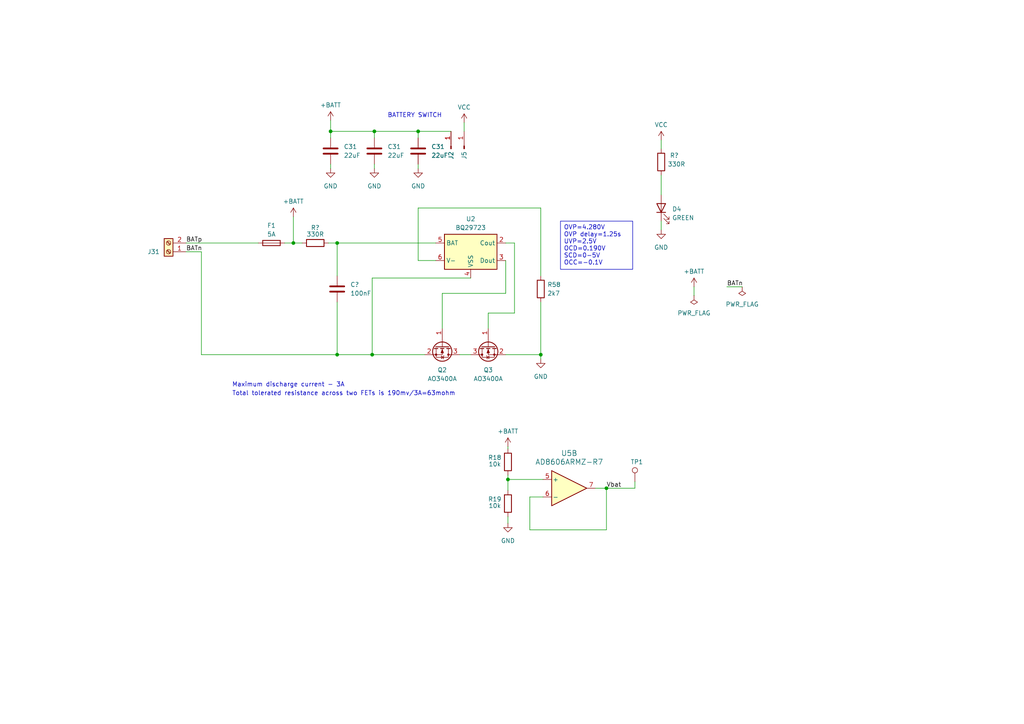
<source format=kicad_sch>
(kicad_sch (version 20231120) (generator "eeschema") (generator_version "8.0")
  (paper "A4")
  (lib_symbols
    (symbol "Amplifier_Operational:AD8606ARMZ-R7" (pin_names (offset 0.254))
      (property "Reference" "U" (at 3.81 -5.08 0))
      (property "Value" "AD8606ARMZ-R7" (at 12.7 -7.62 0))
      (symbol "AD8606ARMZ-R7_0_1"
        (polyline (pts (xy -2.54 5.08) (xy 7.62 0) (xy -2.54 -5.08) (xy -2.54 5.08)) (stroke (width 0.254)) (fill (type background)))
      )
      (symbol "AD8606ARMZ-R7_0_2"
        (pin unspecified line (at 0 0 0) (length 7.62) (name "OUTA") (number "1"))
        (pin unspecified line (at 0 -2.54 0) (length 7.62) (name "-INA") (number "2"))
        (pin unspecified line (at 0 -5.08 0) (length 7.62) (name "+INA") (number "3"))
        (pin power_in line (at 0 -7.62 0) (length 7.62) (name "V-") (number "4"))
        (pin unspecified line (at 40.64 -7.62 180) (length 7.62) (name "+INB") (number "5"))
        (pin unspecified line (at 40.64 -5.08 180) (length 7.62) (name "-INB") (number "6"))
        (pin unspecified line (at 40.64 -2.54 180) (length 7.62) (name "OUTB") (number "7"))
        (pin power_in line (at 40.64 0 180) (length 7.62) (name "V+") (number "8"))
      )
      (symbol "AD8606ARMZ-R7_1_1"
        (pin output line (at 10.16 0 180) (length 2.54) (name "~") (number "1"))
        (pin input line (at -5.08 -2.54 0) (length 2.54) (name "-") (number "2"))
        (pin input line (at -5.08 2.54 0) (length 2.54) (name "+") (number "3"))
      )
      (symbol "AD8606ARMZ-R7_1_2"
        (pin output line (at 33.02 26.67 180) (length 2.54) (name "~") (number "1"))
        (pin input line (at 17.78 24.13 0) (length 2.54) (name "-") (number "2"))
        (pin input line (at 17.78 29.21 0) (length 2.54) (name "+") (number "3"))
        (pin power_in line (at 22.86 19.05 90) (length 3.81) (name "V-") (number "4"))
        (pin power_in line (at 22.86 34.29 270) (length 3.81) (name "V+") (number "8"))
      )
      (symbol "AD8606ARMZ-R7_2_1"
        (pin input line (at -5.08 2.54 0) (length 2.54) (name "+") (number "5"))
        (pin input line (at -5.08 -2.54 0) (length 2.54) (name "-") (number "6"))
        (pin output line (at 10.16 0 180) (length 2.54) (name "~") (number "7"))
      )
      (symbol "AD8606ARMZ-R7_2_2"
        (pin output line (at 33.02 26.67 180) (length 2.54) (name "~") (number "1"))
        (pin input line (at 17.78 24.13 0) (length 2.54) (name "-") (number "2"))
        (pin input line (at 17.78 29.21 0) (length 2.54) (name "+") (number "3"))
        (pin power_in line (at 22.86 19.05 90) (length 3.81) (name "V-") (number "4"))
        (pin power_in line (at 22.86 34.29 270) (length 3.81) (name "V+") (number "8"))
      )
      (symbol "AD8606ARMZ-R7_3_1"
        (pin power_in line (at 0 -7.62 90) (length 3.81) (name "V-") (number "4"))
        (pin power_in line (at 0 7.62 270) (length 3.81) (name "V+") (number "8"))
      )
      (symbol "AD8606ARMZ-R7_3_2"
        (pin output line (at 33.02 26.67 180) (length 2.54) (name "~") (number "1"))
        (pin input line (at 17.78 24.13 0) (length 2.54) (name "-") (number "2"))
        (pin input line (at 17.78 29.21 0) (length 2.54) (name "+") (number "3"))
        (pin power_in line (at 22.86 19.05 90) (length 3.81) (name "V-") (number "4"))
        (pin power_in line (at 22.86 34.29 270) (length 3.81) (name "V+") (number "8"))
      )
    )
    (symbol "Battery_Management:BQ297xy"
      (property "Reference" "U" (at -6.35 6.35 0))
      (property "Value" "BQ297xy" (at 5.08 -6.35 0))
      (symbol "BQ297xy_0_1"
        (rectangle (start -7.62 5.08) (end 7.62 -5.08) (stroke (width 0.254)) (fill (type background)))
      )
      (symbol "BQ297xy_1_1"
        (pin no_connect line (at 7.62 0 180) (length 2.54) hide (name "NC") (number "1"))
        (pin output line (at 10.16 2.54 180) (length 2.54) (name "Cout") (number "2"))
        (pin output line (at 10.16 -2.54 180) (length 2.54) (name "Dout") (number "3"))
        (pin power_in line (at 0 -7.62 90) (length 2.54) (name "VSS") (number "4"))
        (pin input line (at -10.16 2.54 0) (length 2.54) (name "BAT") (number "5"))
        (pin input line (at -10.16 -2.54 0) (length 2.54) (name "V-") (number "6"))
      )
    )
    (symbol "Connector:Conn_01x01_Pin" (pin_names (offset 1.016) hide)
      (property "Reference" "J" (at 0 2.54 0))
      (property "Value" "Conn_01x01_Pin" (at 0 -2.54 0))
      (symbol "Conn_01x01_Pin_1_1"
        (polyline (pts (xy 1.27 0) (xy 0.8636 0)) (stroke (width 0.1524)))
        (rectangle (start 0.8636 0.127) (end 0 -0.127) (stroke (width 0.1524)) (fill (type outline)))
        (pin passive line (at 5.08 0 180) (length 3.81) (name "Pin_1") (number "1"))
      )
    )
    (symbol "Connector:Screw_Terminal_01x02" (pin_names (offset 1.016) hide)
      (property "Reference" "J" (at 0 2.54 0))
      (property "Value" "Screw_Terminal_01x02" (at 0 -5.08 0))
      (symbol "Screw_Terminal_01x02_1_1"
        (rectangle (start -1.27 1.27) (end 1.27 -3.81) (stroke (width 0.254)) (fill (type background)))
        (circle (center 0 -2.54) (radius 0.635) (stroke (width 0.1524)))
        (polyline (pts (xy -0.5334 -2.2098) (xy 0.3302 -3.048)) (stroke (width 0.1524)))
        (polyline (pts (xy -0.5334 0.3302) (xy 0.3302 -0.508)) (stroke (width 0.1524)))
        (polyline (pts (xy -0.3556 -2.032) (xy 0.508 -2.8702)) (stroke (width 0.1524)))
        (polyline (pts (xy -0.3556 0.508) (xy 0.508 -0.3302)) (stroke (width 0.1524)))
        (circle (center 0 0) (radius 0.635) (stroke (width 0.1524)))
        (pin passive line (at -5.08 0 0) (length 3.81) (name "Pin_1") (number "1"))
        (pin passive line (at -5.08 -2.54 0) (length 3.81) (name "Pin_2") (number "2"))
      )
    )
    (symbol "Connector:TestPoint" (pin_numbers hide) (pin_names (offset 0.762) hide)
      (property "Reference" "TP" (at 0 6.858 0))
      (property "Value" "TestPoint" (at 0 5.08 0))
      (symbol "TestPoint_0_1"
        (circle (center 0 3.302) (radius 0.762))
      )
      (symbol "TestPoint_1_1"
        (pin passive line (at 0 0 90) (length 2.54) (name "1") (number "1"))
      )
    )
    (symbol "Device:C" (pin_numbers hide) (pin_names (offset 0.254))
      (property "Reference" "C" (at 0.635 2.54 0))
      (property "Value" "C" (at 0.635 -2.54 0))
      (symbol "C_0_1"
        (polyline (pts (xy -2.032 -0.762) (xy 2.032 -0.762)) (stroke (width 0.508)))
        (polyline (pts (xy -2.032 0.762) (xy 2.032 0.762)) (stroke (width 0.508)))
      )
      (symbol "C_1_1"
        (pin passive line (at 0 3.81 270) (length 2.794) (name "~") (number "1"))
        (pin passive line (at 0 -3.81 90) (length 2.794) (name "~") (number "2"))
      )
    )
    (symbol "Device:Fuse" (pin_numbers hide) (pin_names (offset 0))
      (property "Reference" "F" (at 2.032 0 90))
      (property "Value" "Fuse" (at -1.905 0 90))
      (symbol "Fuse_0_1"
        (rectangle (start -0.762 -2.54) (end 0.762 2.54) (stroke (width 0.254)))
        (polyline (pts (xy 0 2.54) (xy 0 -2.54)))
      )
      (symbol "Fuse_1_1"
        (pin passive line (at 0 3.81 270) (length 1.27) (name "~") (number "1"))
        (pin passive line (at 0 -3.81 90) (length 1.27) (name "~") (number "2"))
      )
    )
    (symbol "Device:LED" (pin_numbers hide) (pin_names (offset 1.016) hide)
      (property "Reference" "D" (at 0 2.54 0))
      (property "Value" "LED" (at 0 -2.54 0))
      (symbol "LED_0_1"
        (polyline (pts (xy -1.27 -1.27) (xy -1.27 1.27)) (stroke (width 0.254)))
        (polyline (pts (xy -1.27 0) (xy 1.27 0)))
        (polyline (pts (xy 1.27 -1.27) (xy 1.27 1.27) (xy -1.27 0) (xy 1.27 -1.27)) (stroke (width 0.254)))
        (polyline (pts (xy -3.048 -0.762) (xy -4.572 -2.286) (xy -3.81 -2.286) (xy -4.572 -2.286) (xy -4.572 -1.524)))
        (polyline (pts (xy -1.778 -0.762) (xy -3.302 -2.286) (xy -2.54 -2.286) (xy -3.302 -2.286) (xy -3.302 -1.524)))
      )
      (symbol "LED_1_1"
        (pin passive line (at -3.81 0 0) (length 2.54) (name "K") (number "1"))
        (pin passive line (at 3.81 0 180) (length 2.54) (name "A") (number "2"))
      )
    )
    (symbol "Device:R" (pin_numbers hide) (pin_names (offset 0))
      (property "Reference" "R" (at 2.032 0 90))
      (property "Value" "R" (at 0 0 90))
      (symbol "R_0_1"
        (rectangle (start -1.016 -2.54) (end 1.016 2.54) (stroke (width 0.254)))
      )
      (symbol "R_1_1"
        (pin passive line (at 0 3.81 270) (length 1.27) (name "~") (number "1"))
        (pin passive line (at 0 -3.81 90) (length 1.27) (name "~") (number "2"))
      )
    )
    (symbol "Transistor_FET:AO3400A" (pin_names hide)
      (property "Reference" "Q" (at 5.08 1.905 0))
      (property "Value" "AO3400A" (at 5.08 0 0))
      (symbol "AO3400A_0_1"
        (polyline (pts (xy 0.254 0) (xy -2.54 0)))
        (polyline (pts (xy 0.254 1.905) (xy 0.254 -1.905)) (stroke (width 0.254)))
        (polyline (pts (xy 0.762 -1.27) (xy 0.762 -2.286)) (stroke (width 0.254)))
        (polyline (pts (xy 0.762 0.508) (xy 0.762 -0.508)) (stroke (width 0.254)))
        (polyline (pts (xy 0.762 2.286) (xy 0.762 1.27)) (stroke (width 0.254)))
        (polyline (pts (xy 2.54 2.54) (xy 2.54 1.778)))
        (polyline (pts (xy 2.54 -2.54) (xy 2.54 0) (xy 0.762 0)))
        (polyline (pts (xy 0.762 -1.778) (xy 3.302 -1.778) (xy 3.302 1.778) (xy 0.762 1.778)))
        (polyline (pts (xy 1.016 0) (xy 2.032 0.381) (xy 2.032 -0.381) (xy 1.016 0)) (fill (type outline)))
        (polyline (pts (xy 2.794 0.508) (xy 2.921 0.381) (xy 3.683 0.381) (xy 3.81 0.254)))
        (polyline (pts (xy 3.302 0.381) (xy 2.921 -0.254) (xy 3.683 -0.254) (xy 3.302 0.381)))
        (circle (center 1.651 0) (radius 2.794) (stroke (width 0.254)))
        (circle (center 2.54 -1.778) (radius 0.254) (fill (type outline)))
        (circle (center 2.54 1.778) (radius 0.254) (fill (type outline)))
      )
      (symbol "AO3400A_1_1"
        (pin input line (at -5.08 0 0) (length 2.54) (name "G") (number "1"))
        (pin passive line (at 2.54 -5.08 90) (length 2.54) (name "S") (number "2"))
        (pin passive line (at 2.54 5.08 270) (length 2.54) (name "D") (number "3"))
      )
    )
    (symbol "power:+BATT" (power) (pin_names (offset 0))
      (property "Value" "+BATT" (at 0 3.556 0))
      (symbol "+BATT_0_1"
        (polyline (pts (xy -0.762 1.27) (xy 0 2.54)))
        (polyline (pts (xy 0 0) (xy 0 2.54)))
        (polyline (pts (xy 0 2.54) (xy 0.762 1.27)))
      )
      (symbol "+BATT_1_1"
        (pin power_in line (at 0 0 90) (length 0) hide (name "+BATT") (number "1"))
      )
    )
    (symbol "power:GND" (power) (pin_names (offset 0))
      (property "Value" "GND" (at 0 -3.81 0))
      (symbol "GND_0_1"
        (polyline (pts (xy 0 0) (xy 0 -1.27) (xy 1.27 -1.27) (xy 0 -2.54) (xy -1.27 -1.27) (xy 0 -1.27)))
      )
      (symbol "GND_1_1"
        (pin power_in line (at 0 0 270) (length 0) hide (name "GND") (number "1"))
      )
    )
    (symbol "power:PWR_FLAG" (power) (pin_numbers hide) (pin_names (offset 0) hide)
      (property "Value" "PWR_FLAG" (at 0 3.81 0))
      (symbol "PWR_FLAG_0_0"
        (pin power_out line (at 0 0 90) (length 0) (name "pwr") (number "1"))
      )
      (symbol "PWR_FLAG_0_1"
        (polyline (pts (xy 0 0) (xy 0 1.27) (xy -1.016 1.905) (xy 0 2.54) (xy 1.016 1.905) (xy 0 1.27)))
      )
    )
    (symbol "power:VCC" (power) (pin_names (offset 0))
      (property "Value" "VCC" (at 0 3.81 0))
      (symbol "VCC_0_1"
        (polyline (pts (xy -0.762 1.27) (xy 0 2.54)))
        (polyline (pts (xy 0 0) (xy 0 2.54)))
        (polyline (pts (xy 0 2.54) (xy 0.762 1.27)))
      )
      (symbol "VCC_1_1"
        (pin power_in line (at 0 0 90) (length 0) hide (name "VCC") (number "1"))
      )
    )
  )
  (junction (at 85.09 70.485))
  (junction (at 107.95 102.87))
  (junction (at 95.885 38.1))
  (junction (at 156.845 102.87))
  (junction (at 97.79 102.87))
  (junction (at 175.895 141.605))
  (junction (at 147.32 139.065))
  (junction (at 97.79 70.485))
  (junction (at 108.585 38.1))
  (junction (at 121.285 38.1))
  (wire (pts (xy 82.55 70.485) (xy 85.09 70.485)))
  (wire (pts (xy 74.93 70.485) (xy 53.975 70.485)))
  (wire (pts (xy 153.67 144.145) (xy 153.67 153.67)))
  (wire (pts (xy 146.685 75.565) (xy 146.685 85.09)))
  (wire (pts (xy 95.885 34.925) (xy 95.885 38.1)))
  (wire (pts (xy 97.79 102.87) (xy 107.95 102.87)))
  (wire (pts (xy 97.79 70.485) (xy 126.365 70.485)))
  (wire (pts (xy 157.48 144.145) (xy 153.67 144.145)))
  (wire (pts (xy 156.845 87.63) (xy 156.845 102.87)))
  (wire (pts (xy 126.365 75.565) (xy 121.285 75.565)))
  (wire (pts (xy 146.685 102.87) (xy 156.845 102.87)))
  (wire (pts (xy 121.285 75.565) (xy 121.285 60.325)))
  (wire (pts (xy 121.285 38.1) (xy 130.81 38.1)))
  (wire (pts (xy 95.885 38.1) (xy 95.885 40.005)))
  (wire (pts (xy 147.32 139.065) (xy 147.32 142.24)))
  (wire (pts (xy 191.77 56.515) (xy 191.77 50.8)))
  (wire (pts (xy 146.685 70.485) (xy 149.225 70.485)))
  (wire (pts (xy 85.09 70.485) (xy 87.63 70.485)))
  (wire (pts (xy 201.295 83.185) (xy 201.295 85.725)))
  (wire (pts (xy 108.585 40.005) (xy 108.585 38.1)))
  (wire (pts (xy 175.895 141.605) (xy 184.15 141.605)))
  (wire (pts (xy 191.77 43.18) (xy 191.77 40.64)))
  (wire (pts (xy 141.605 90.805) (xy 141.605 95.25)))
  (wire (pts (xy 147.32 151.765) (xy 147.32 149.86)))
  (wire (pts (xy 128.27 85.09) (xy 128.27 95.25)))
  (wire (pts (xy 107.95 80.645) (xy 107.95 102.87)))
  (wire (pts (xy 153.67 153.67) (xy 175.895 153.67)))
  (wire (pts (xy 147.32 137.795) (xy 147.32 139.065)))
  (wire (pts (xy 97.79 70.485) (xy 97.79 80.01)))
  (wire (pts (xy 95.885 48.895) (xy 95.885 47.625)))
  (wire (pts (xy 215.265 83.185) (xy 210.82 83.185)))
  (wire (pts (xy 107.95 102.87) (xy 123.19 102.87)))
  (wire (pts (xy 85.09 62.865) (xy 85.09 70.485)))
  (wire (pts (xy 184.15 139.7) (xy 184.15 141.605)))
  (wire (pts (xy 121.285 38.1) (xy 121.285 40.005)))
  (wire (pts (xy 156.845 60.325) (xy 156.845 80.01)))
  (wire (pts (xy 175.895 153.67) (xy 175.895 141.605)))
  (wire (pts (xy 146.685 85.09) (xy 128.27 85.09)))
  (wire (pts (xy 133.35 102.87) (xy 136.525 102.87)))
  (wire (pts (xy 134.62 35.56) (xy 134.62 38.1)))
  (wire (pts (xy 149.225 90.805) (xy 141.605 90.805)))
  (wire (pts (xy 108.585 38.1) (xy 121.285 38.1)))
  (wire (pts (xy 58.42 73.025) (xy 58.42 102.87)))
  (wire (pts (xy 95.25 70.485) (xy 97.79 70.485)))
  (wire (pts (xy 175.895 141.605) (xy 172.72 141.605)))
  (wire (pts (xy 136.525 80.645) (xy 107.95 80.645)))
  (wire (pts (xy 121.285 48.895) (xy 121.285 47.625)))
  (wire (pts (xy 149.225 70.485) (xy 149.225 90.805)))
  (wire (pts (xy 108.585 48.895) (xy 108.585 47.625)))
  (wire (pts (xy 191.77 66.675) (xy 191.77 64.135)))
  (wire (pts (xy 147.32 129.54) (xy 147.32 130.175)))
  (wire (pts (xy 58.42 102.87) (xy 97.79 102.87)))
  (wire (pts (xy 121.285 60.325) (xy 156.845 60.325)))
  (wire (pts (xy 156.845 102.87) (xy 156.845 104.14)))
  (wire (pts (xy 147.32 139.065) (xy 157.48 139.065)))
  (wire (pts (xy 95.885 38.1) (xy 108.585 38.1)))
  (wire (pts (xy 58.42 73.025) (xy 53.975 73.025)))
  (wire (pts (xy 97.79 87.63) (xy 97.79 102.87)))
  (text_box "OVP=4.280V\nOVP delay=1.25s\nUVP=2.5V\nOCD=0.190V\nSCD=0-5V\nOCC=-0.1V" (at 162.56 64.135 0) (size 20.955 13.97) (effects (font (size 1.27 1.27)) (justify left top)))
  (text "BATTERY SWITCH\n" (at 112.395 34.29 0) (effects (font (size 1.27 1.27)) (justify left bottom)))
  (text "Maximum discharge current - 3A" (at 67.31 112.395 0) (effects (font (size 1.27 1.27)) (justify left bottom)))
  (text "Total tolerated resistance across two FETs is 190mv/3A=63mohm" (at 67.31 114.935 0) (effects (font (size 1.27 1.27)) (justify left bottom)))
  (label "BATp" (at 53.975 70.485 0))
  (label "BATn" (at 53.975 73.025 0))
  (label "BATn" (at 210.82 83.185 0))
  (label "Vbat" (at 175.895 141.605 0))
  (symbol (lib_id "Device:C") (at 95.885 43.815 0) (unit 1)
    (property "Reference" "C31" (at 99.695 42.545 0) (effects (justify left)))
    (property "Value" "22uF" (at 99.695 45.085 0) (effects (justify left)))
    (property "Footprint" "Capacitor_SMD:C_1206_3216Metric" (effects (hide yes)))
    (property "JLCPCB PN" "C12891" (effects (hide yes)))
    (property "LCSC Part #" "C45783" (effects (hide yes)))
    (property "Assembled" "+" (effects (hide yes)))
    (property "JLCPCB Type" "Basic" (effects (hide yes)))
    (property "Grobotronics Price" "-" (effects (hide yes)))
    (property "JLCPCB Price" "0.0249" (effects (hide yes)))
    (instances (project "terry_motherboard" (path "" (reference "C31") (unit 1))) (project "eeg_ecg" (path "" (reference "C9") (unit 1))))
  )
  (symbol (lib_id "Connector:Screw_Terminal_01x02") (at 48.895 73.025 180) (unit 1) (in_bom no)
    (property "Reference" "J31" (at 46.355 73.025 0) (effects (justify left)))
    (property "Value" "Screw_Terminal_01x02" (effects (hide yes)))
    (property "Footprint" "TerminalBlock_Phoenix:TerminalBlock_Phoenix_PT-1,5-2-5.0-H_1x02_P5.00mm_Horizontal" (effects (hide yes)))
    (property "Assembled" "-" (effects (hide yes)))
    (property "JLCPCB PN" "-" (effects (hide yes)))
    (property "JLCPCB Type" "-" (effects (hide yes)))
    (property "JLCPCB Price" "-" (effects (hide yes)))
    (property "LCSC Part #" "-" (effects (hide yes)))
    (instances (project "terry_motherboard" (path "" (reference "J31") (unit 1))) (project "eeg_ecg" (path "" (reference "J33") (unit 1))))
  )
  (symbol (lib_id "power:GND") (at 108.585 48.895 0) (unit 1)
    (property "Reference" "#PWR01" (effects (hide yes)))
    (property "Value" "GND" (at 108.585 53.975 0))
    (instances (project "terry_motherboard" (path "" (reference "#PWR01") (unit 1)) (path "" (reference "#PWR039") (unit 1)) (path "" (reference "#PWR0118") (unit 1)) (path "" (reference "#PWR01") (unit 1))) (project "eeg_ecg" (path "" (reference "#PWR0186") (unit 1))))
  )
  (symbol (lib_id "Connector:TestPoint") (at 184.15 139.7 0) (unit 1)
    (property "Reference" "TP1" (at 182.88 133.985 0) (effects (justify left)))
    (property "Value" "TestPoint" (effects (hide yes)))
    (property "Footprint" "TestPoint:TestPoint_Pad_D1.5mm" (effects (hide yes)))
  )
  (symbol (lib_id "Device:R") (at 147.32 146.05 0) (unit 1)
    (property "Reference" "R19" (at 143.51 144.78 0))
    (property "Value" "10k" (at 143.51 146.685 0))
    (property "Footprint" "Resistor_SMD:R_0603_1608Metric_Pad0.98x0.95mm_HandSolder" (effects (hide yes)))
    (property "JLCPCB Price" "0.0009" (effects (hide yes)))
    (property "JLCPCB Type" "Basic" (effects (hide yes)))
    (property "LCSC Part #" "C25804" (effects (hide yes)))
  )
  (symbol (lib_id "power:+BATT") (at 147.32 129.54 0) (unit 1)
    (property "Reference" "#PWR0115" (effects (hide yes)))
    (property "Value" "+BATT" (at 147.32 125.095 0))
    (instances (project "terry_motherboard" (path "" (reference "#PWR0115") (unit 1))) (project "eeg_ecg" (path "" (reference "#PWR02") (unit 1))))
  )
  (symbol (lib_id "Connector:Conn_01x01_Pin") (at 130.81 43.18 90) (unit 1)
    (property "Reference" "J2" (at 130.81 45.085 0))
    (property "Value" "Conn_01x01_Pin" (effects (hide yes)))
    (property "Footprint" "Connector_Pin:Pin_D1.4mm_L8.5mm_W2.8mm_FlatFork" (effects (hide yes)))
    (property "Assembled" "-" (effects (hide yes)))
    (property "JLCPCB PN" "-" (effects (hide yes)))
    (property "JLCPCB Type" "-" (effects (hide yes)))
    (property "Grobotronics Price" "-" (effects (hide yes)))
    (property "JLCPCB Price" "-" (effects (hide yes)))
    (property "LCSC Part #" "-" (effects (hide yes)))
    (instances (project "terry_motherboard" (path "" (reference "J2") (unit 1)) (path "" (reference "J11") (unit 1))) (project "eeg_ecg" (path "" (reference "J29") (unit 1))))
  )
  (symbol (lib_id "power:PWR_FLAG") (at 215.265 83.185 180) (unit 1)
    (property "Reference" "#FLG03" (effects (hide yes)))
    (property "Value" "PWR_FLAG" (at 215.265 88.265 0))
  )
  (symbol (lib_id "Device:R") (at 191.77 46.99 0) (unit 1)
    (property "Reference" "R?" (at 195.58 45.085 0))
    (property "Value" "330R" (at 196.215 47.625 0))
    (property "Footprint" "Resistor_SMD:R_0805_2012Metric" (effects (hide yes)))
    (property "JLCPCB PN" "C17630" (effects (hide yes)))
    (property "LCSC Part #" "C17630" (effects (hide yes)))
    (property "Assembled" "+" (effects (hide yes)))
    (property "JLCPCB Type" "Basic" (effects (hide yes)))
    (property "Grobotronics Price" "-" (effects (hide yes)))
    (property "JLCPCB Price" "0.0016" (effects (hide yes)))
    (instances (project "terry_motherboard" (path "" (reference "R?") (unit 1)) (path "" (reference "R26") (unit 1)) (path "" (reference "R3") (unit 1))) (project "eeg_ecg" (path "" (reference "R37") (unit 1))))
  )
  (symbol (lib_id "Device:LED") (at 191.77 60.325 90) (unit 1)
    (property "Reference" "D4" (at 194.945 60.6425 90) (effects (justify right)))
    (property "Value" "GREEN" (at 194.945 63.1825 90) (effects (justify right)))
    (property "Footprint" "Resistor_SMD:R_0805_2012Metric_Pad1.20x1.40mm_HandSolder" (effects (hide yes)))
  )
  (symbol (lib_id "power:+BATT") (at 85.09 62.865 0) (unit 1)
    (property "Reference" "#PWR0115" (effects (hide yes)))
    (property "Value" "+BATT" (at 85.09 58.42 0))
    (instances (project "terry_motherboard" (path "" (reference "#PWR0115") (unit 1))) (project "eeg_ecg" (path "" (reference "#PWR0195") (unit 1))))
  )
  (symbol (lib_id "Device:R") (at 156.845 83.82 180) (unit 1)
    (property "Reference" "R58" (at 158.75 82.55 0) (effects (justify right)))
    (property "Value" "2k7" (at 158.75 85.09 0) (effects (justify right)))
    (property "Footprint" "Resistor_SMD:R_0603_1608Metric" (effects (hide yes)))
    (property "JLCPCB PN" "C13167" (effects (hide yes)))
    (property "LCSC Part #" "C13167" (effects (hide yes)))
    (property "Assembled" "+" (effects (hide yes)))
    (property "JLCPCB Type" "Basic" (effects (hide yes)))
    (property "Grobotronics Price" "-" (effects (hide yes)))
    (property "JLCPCB Price" "0.0009 " (effects (hide yes)))
    (instances (project "terry_motherboard" (path "" (reference "R58") (unit 1))) (project "eeg_ecg" (path "" (reference "R107") (unit 1))))
  )
  (symbol (lib_id "Battery_Management:BQ297xy") (at 136.525 73.025 0) (unit 1)
    (property "Reference" "U2" (at 136.525 63.5 0))
    (property "Value" "BQ29723" (at 136.525 66.04 0))
    (property "Footprint" "Package_SON:WSON-6_1.5x1.5mm_P0.5mm" (effects (hide yes)))
    (property "Datasheet" "http://www.ti.com/lit/ds/symlink/bq2970.pdf" (effects (hide yes)))
    (property "JLCPCB PN" "C2872703" (effects (hide yes)))
    (property "LCSC Part #" "C2872703" (effects (hide yes)))
    (property "Assembled" "+" (effects (hide yes)))
    (property "JLCPCB Type" "Extended" (effects (hide yes)))
    (property "Grobotronics Price" "-" (effects (hide yes)))
    (property "JLCPCB Price" "0.3786" (effects (hide yes)))
    (instances (project "terry_motherboard" (path "" (reference "U2") (unit 1))) (project "eeg_ecg" (path "" (reference "U37") (unit 1))))
  )
  (symbol (lib_id "power:PWR_FLAG") (at 201.295 85.725 180) (unit 1)
    (property "Reference" "#FLG07" (effects (hide yes)))
    (property "Value" "PWR_FLAG" (at 201.295 90.805 0))
  )
  (symbol (lib_id "power:VCC") (at 134.62 35.56 0) (unit 1)
    (property "Reference" "#PWR0179" (effects (hide yes)))
    (property "Value" "VCC" (at 134.62 31.115 0))
  )
  (symbol (lib_id "power:VCC") (at 191.77 40.64 0) (unit 1)
    (property "Reference" "#PWR027" (effects (hide yes)))
    (property "Value" "VCC" (at 191.77 36.195 0))
  )
  (symbol (lib_id "Transistor_FET:AO3400A") (at 128.27 100.33 270) (unit 1)
    (property "Reference" "Q2" (at 128.27 107.315 90))
    (property "Value" "AO3400A" (at 128.27 109.855 90))
    (property "Footprint" "Package_TO_SOT_SMD:SOT-23" (effects (hide yes)))
    (property "Datasheet" "http://www.aosmd.com/pdfs/datasheet/AO3400A.pdf" (effects (hide yes)))
    (property "JLCPCB Price" "0.0711" (effects (hide yes)))
    (property "JLCPCB Type" "Basic" (effects (hide yes)))
    (property "LCSC Part #" "C20917" (effects (hide yes)))
  )
  (symbol (lib_id "power:+BATT") (at 201.295 83.185 0) (unit 1)
    (property "Reference" "#PWR0115" (effects (hide yes)))
    (property "Value" "+BATT" (at 201.295 78.74 0))
    (instances (project "terry_motherboard" (path "" (reference "#PWR0115") (unit 1))) (project "eeg_ecg" (path "" (reference "#PWR0264") (unit 1))))
  )
  (symbol (lib_id "Device:R") (at 91.44 70.485 270) (unit 1)
    (property "Reference" "R?" (at 91.44 66.04 90))
    (property "Value" "330R" (at 91.44 67.945 90))
    (property "Footprint" "Resistor_SMD:R_0805_2012Metric" (effects (hide yes)))
    (property "JLCPCB PN" "C17630" (effects (hide yes)))
    (property "LCSC Part #" "C17630" (effects (hide yes)))
    (property "Assembled" "+" (effects (hide yes)))
    (property "JLCPCB Type" "Basic" (effects (hide yes)))
    (property "Grobotronics Price" "-" (effects (hide yes)))
    (property "JLCPCB Price" "0.0016" (effects (hide yes)))
    (instances (project "terry_motherboard" (path "" (reference "R?") (unit 1)) (path "" (reference "R26") (unit 1)) (path "" (reference "R3") (unit 1))) (project "eeg_ecg" (path "" (reference "R106") (unit 1))))
  )
  (symbol (lib_id "power:GND") (at 191.77 66.675 0) (unit 1)
    (property "Reference" "#PWR024" (effects (hide yes)))
    (property "Value" "GND" (at 191.77 71.755 0))
  )
  (symbol (lib_id "Device:C") (at 108.585 43.815 0) (unit 1)
    (property "Reference" "C31" (at 112.395 42.545 0) (effects (justify left)))
    (property "Value" "22uF" (at 112.395 45.085 0) (effects (justify left)))
    (property "Footprint" "Capacitor_SMD:C_1206_3216Metric" (effects (hide yes)))
    (property "JLCPCB PN" "C12891" (effects (hide yes)))
    (property "LCSC Part #" "C45783" (effects (hide yes)))
    (property "Assembled" "+" (effects (hide yes)))
    (property "JLCPCB Type" "Basic" (effects (hide yes)))
    (property "Grobotronics Price" "-" (effects (hide yes)))
    (property "JLCPCB Price" "0.0249" (effects (hide yes)))
    (instances (project "terry_motherboard" (path "" (reference "C31") (unit 1))) (project "eeg_ecg" (path "" (reference "C94") (unit 1))))
  )
  (symbol (lib_id "Connector:Conn_01x01_Pin") (at 134.62 43.18 90) (unit 1)
    (property "Reference" "J5" (at 134.62 45.085 0))
    (property "Value" "Conn_01x01_Pin" (effects (hide yes)))
    (property "Footprint" "Connector_Pin:Pin_D1.4mm_L8.5mm_W2.8mm_FlatFork" (effects (hide yes)))
    (property "Assembled" "-" (effects (hide yes)))
    (property "JLCPCB PN" "-" (effects (hide yes)))
    (property "JLCPCB Type" "-" (effects (hide yes)))
    (property "Grobotronics Price" "-" (effects (hide yes)))
    (property "JLCPCB Price" "-" (effects (hide yes)))
    (property "LCSC Part #" "-" (effects (hide yes)))
    (instances (project "terry_motherboard" (path "" (reference "J5") (unit 1)) (path "" (reference "J15") (unit 1))) (project "eeg_ecg" (path "" (reference "J30") (unit 1))))
  )
  (symbol (lib_id "Transistor_FET:AO3400A") (at 141.605 100.33 90) (mirror x) (unit 1)
    (property "Reference" "Q3" (at 141.605 107.315 90))
    (property "Value" "AO3400A" (at 141.605 109.855 90))
    (property "Footprint" "Package_TO_SOT_SMD:SOT-23" (effects (hide yes)))
    (property "Datasheet" "http://www.aosmd.com/pdfs/datasheet/AO3400A.pdf" (effects (hide yes)))
    (property "JLCPCB Price" "0.0711" (effects (hide yes)))
    (property "JLCPCB Type" "Basic" (effects (hide yes)))
    (property "LCSC Part #" "C20917" (effects (hide yes)))
  )
  (symbol (lib_id "Amplifier_Operational:AD8606ARMZ-R7") (at 162.56 141.605 0) (unit 2)
    (property "Reference" "U5" (at 165.1 131.445 0) (effects (font (size 1.524 1.524))))
    (property "Value" "AD8606ARMZ-R7" (at 165.1 133.985 0) (effects (font (size 1.524 1.524))))
    (property "Footprint" "Package_SO:AD8606ARMZ" (effects (hide yes)))
    (property "Datasheet" "AD8606ARMZ-R7" (effects (hide yes)))
    (property "JLCPCB Price" "2.172" (effects (hide yes)))
    (property "JLCPCB Type" "Extended" (effects (hide yes)))
    (property "LCSC Part #" "C408833" (effects (hide yes)))
  )
  (symbol (lib_id "Device:R") (at 147.32 133.985 0) (unit 1)
    (property "Reference" "R18" (at 143.51 132.715 0))
    (property "Value" "10k" (at 143.51 134.62 0))
    (property "Footprint" "Resistor_SMD:R_0603_1608Metric_Pad0.98x0.95mm_HandSolder" (effects (hide yes)))
    (property "JLCPCB Price" "0.0009" (effects (hide yes)))
    (property "JLCPCB Type" "Basic" (effects (hide yes)))
    (property "LCSC Part #" "C25804" (effects (hide yes)))
  )
  (symbol (lib_id "power:GND") (at 95.885 48.895 0) (unit 1)
    (property "Reference" "#PWR01" (effects (hide yes)))
    (property "Value" "GND" (at 95.885 53.975 0))
    (instances (project "terry_motherboard" (path "" (reference "#PWR01") (unit 1)) (path "" (reference "#PWR039") (unit 1)) (path "" (reference "#PWR0117") (unit 1)) (path "" (reference "#PWR01") (unit 1))) (project "eeg_ecg" (path "" (reference "#PWR0185") (unit 1))))
  )
  (symbol (lib_id "Device:Fuse") (at 78.74 70.485 90) (unit 1) (in_bom no)
    (property "Reference" "F1" (at 78.74 65.405 90))
    (property "Value" "5A" (at 78.74 67.945 90))
    (property "Footprint" "Resistor_SMD:R_2512_6332Metric" (effects (hide yes)))
    (property "Assembled" "-" (effects (hide yes)))
    (property "JLCPCB Type" "-" (effects (hide yes)))
    (property "LCSC Part #" "-" (effects (hide yes)))
    (property "JLCPCB PN" "-" (effects (hide yes)))
    (property "Grobotronics Price" "1" (effects (hide yes)))
    (property "JLCPCB Price" "-" (effects (hide yes)))
    (instances (project "terry_motherboard" (path "" (reference "F1") (unit 1))) (project "eeg_ecg" (path "" (reference "F2") (unit 1))))
  )
  (symbol (lib_id "Device:C") (at 97.79 83.82 0) (unit 1)
    (property "Reference" "C?" (at 101.6 82.55 0) (effects (justify left)))
    (property "Value" "100nF" (at 101.6 85.09 0) (effects (justify left)))
    (property "Footprint" "Capacitor_SMD:C_0603_1608Metric_Pad1.08x0.95mm_HandSolder" (effects (hide yes)))
    (property "JLCPCB PN" "C14663" (effects (hide yes)))
    (property "LCSC Part #" "C14663" (effects (hide yes)))
    (property "Assembled" "+" (effects (hide yes)))
    (property "JLCPCB Type" "Basic" (effects (hide yes)))
    (property "Grobotronics Price" "-" (effects (hide yes)))
    (property "JLCPCB Price" "0.0022" (effects (hide yes)))
    (instances (project "terry_motherboard" (path "" (reference "C?") (unit 1)) (path "" (reference "C27") (unit 1)) (path "" (reference "C2") (unit 1))) (project "eeg_ecg" (path "" (reference "C97") (unit 1))))
  )
  (symbol (lib_id "power:GND") (at 121.285 48.895 0) (unit 1)
    (property "Reference" "#PWR01" (effects (hide yes)))
    (property "Value" "GND" (at 121.285 53.975 0))
    (instances (project "terry_motherboard" (path "" (reference "#PWR01") (unit 1)) (path "" (reference "#PWR039") (unit 1)) (path "" (reference "#PWR072") (unit 1)) (path "" (reference "#PWR01") (unit 1))) (project "eeg_ecg" (path "" (reference "#PWR0187") (unit 1))))
  )
  (symbol (lib_id "power:GND") (at 147.32 151.765 0) (unit 1)
    (property "Reference" "#PWR07" (effects (hide yes)))
    (property "Value" "GND" (at 147.32 156.845 0))
  )
  (symbol (lib_id "power:+BATT") (at 95.885 34.925 0) (unit 1)
    (property "Reference" "#PWR0115" (effects (hide yes)))
    (property "Value" "+BATT" (at 95.885 30.48 0))
    (instances (project "terry_motherboard" (path "" (reference "#PWR0115") (unit 1))) (project "eeg_ecg" (path "" (reference "#PWR0177") (unit 1))))
  )
  (symbol (lib_id "power:GND") (at 156.845 104.14 0) (unit 1)
    (property "Reference" "#PWR01" (effects (hide yes)))
    (property "Value" "GND" (at 156.845 109.22 0))
    (instances (project "terry_motherboard" (path "" (reference "#PWR01") (unit 1)) (path "" (reference "#PWR039") (unit 1)) (path "" (reference "#PWR0105") (unit 1)) (path "" (reference "#PWR01") (unit 1))) (project "eeg_ecg" (path "" (reference "#PWR0196") (unit 1))))
  )
  (symbol (lib_id "Device:C") (at 121.285 43.815 0) (unit 1)
    (property "Reference" "C31" (at 125.095 42.545 0) (effects (justify left)))
    (property "Value" "22uF" (at 125.095 45.085 0) (effects (justify left)))
    (property "Footprint" "Capacitor_SMD:C_1206_3216Metric" (effects (hide yes)))
    (property "JLCPCB PN" "C12891" (effects (hide yes)))
    (property "LCSC Part #" "C45783" (effects (hide yes)))
    (property "Assembled" "+" (effects (hide yes)))
    (property "JLCPCB Type" "Basic" (effects (hide yes)))
    (property "Grobotronics Price" "-" (effects (hide yes)))
    (property "JLCPCB Price" "0.0249" (effects (hide yes)))
    (instances (project "terry_motherboard" (path "" (reference "C31") (unit 1))) (project "eeg_ecg" (path "" (reference "C82") (unit 1))))
  )
)
</source>
